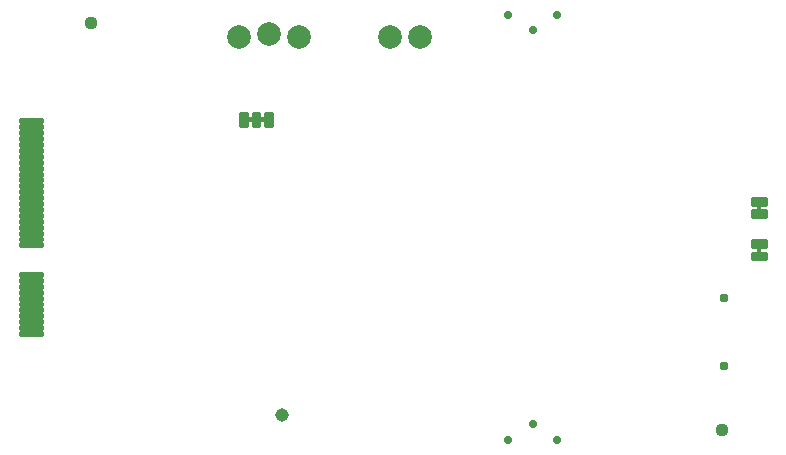
<source format=gbs>
G04 EAGLE Gerber RS-274X export*
G75*
%MOMM*%
%FSLAX34Y34*%
%LPD*%
%INSoldermask Bottom*%
%IPPOS*%
%AMOC8*
5,1,8,0,0,1.08239X$1,22.5*%
G01*
%ADD10C,0.228344*%
%ADD11C,0.777000*%
%ADD12C,1.143000*%
%ADD13C,1.127000*%
%ADD14C,0.228959*%
%ADD15C,0.736600*%
%ADD16C,2.006600*%

G36*
X632779Y204736D02*
X632779Y204736D01*
X632845Y204738D01*
X632888Y204756D01*
X632935Y204764D01*
X632992Y204798D01*
X633052Y204823D01*
X633087Y204854D01*
X633128Y204879D01*
X633170Y204930D01*
X633218Y204974D01*
X633240Y205016D01*
X633269Y205053D01*
X633290Y205115D01*
X633321Y205174D01*
X633329Y205228D01*
X633341Y205265D01*
X633340Y205305D01*
X633348Y205359D01*
X633348Y209169D01*
X633337Y209234D01*
X633335Y209300D01*
X633317Y209343D01*
X633309Y209390D01*
X633275Y209447D01*
X633250Y209507D01*
X633219Y209542D01*
X633194Y209583D01*
X633143Y209625D01*
X633099Y209673D01*
X633057Y209695D01*
X633020Y209724D01*
X632958Y209745D01*
X632899Y209776D01*
X632845Y209784D01*
X632808Y209796D01*
X632768Y209795D01*
X632714Y209803D01*
X630174Y209803D01*
X630109Y209792D01*
X630043Y209790D01*
X630000Y209772D01*
X629953Y209764D01*
X629896Y209730D01*
X629836Y209705D01*
X629801Y209674D01*
X629760Y209649D01*
X629719Y209598D01*
X629670Y209554D01*
X629648Y209512D01*
X629619Y209475D01*
X629598Y209413D01*
X629567Y209354D01*
X629559Y209300D01*
X629547Y209263D01*
X629547Y209259D01*
X629547Y209258D01*
X629548Y209223D01*
X629540Y209169D01*
X629540Y205359D01*
X629551Y205294D01*
X629553Y205228D01*
X629571Y205185D01*
X629579Y205138D01*
X629613Y205081D01*
X629638Y205021D01*
X629669Y204986D01*
X629694Y204945D01*
X629745Y204904D01*
X629789Y204855D01*
X629831Y204833D01*
X629868Y204804D01*
X629930Y204783D01*
X629989Y204752D01*
X630043Y204744D01*
X630080Y204732D01*
X630120Y204733D01*
X630174Y204725D01*
X632714Y204725D01*
X632779Y204736D01*
G37*
G36*
X632779Y168922D02*
X632779Y168922D01*
X632845Y168924D01*
X632888Y168942D01*
X632935Y168950D01*
X632992Y168984D01*
X633052Y169009D01*
X633087Y169040D01*
X633128Y169065D01*
X633170Y169116D01*
X633218Y169160D01*
X633240Y169202D01*
X633269Y169239D01*
X633290Y169301D01*
X633321Y169360D01*
X633329Y169414D01*
X633341Y169451D01*
X633340Y169491D01*
X633348Y169545D01*
X633348Y173355D01*
X633337Y173420D01*
X633335Y173486D01*
X633317Y173529D01*
X633309Y173576D01*
X633275Y173633D01*
X633250Y173693D01*
X633219Y173728D01*
X633194Y173769D01*
X633143Y173811D01*
X633099Y173859D01*
X633057Y173881D01*
X633020Y173910D01*
X632958Y173931D01*
X632899Y173962D01*
X632845Y173970D01*
X632808Y173982D01*
X632768Y173981D01*
X632714Y173989D01*
X630174Y173989D01*
X630109Y173978D01*
X630043Y173976D01*
X630000Y173958D01*
X629953Y173950D01*
X629896Y173916D01*
X629836Y173891D01*
X629801Y173860D01*
X629760Y173835D01*
X629719Y173784D01*
X629670Y173740D01*
X629648Y173698D01*
X629619Y173661D01*
X629598Y173599D01*
X629567Y173540D01*
X629559Y173486D01*
X629547Y173449D01*
X629547Y173445D01*
X629547Y173444D01*
X629548Y173409D01*
X629540Y173355D01*
X629540Y169545D01*
X629551Y169480D01*
X629553Y169414D01*
X629571Y169371D01*
X629579Y169324D01*
X629613Y169267D01*
X629638Y169207D01*
X629669Y169172D01*
X629694Y169131D01*
X629745Y169090D01*
X629789Y169041D01*
X629831Y169019D01*
X629868Y168990D01*
X629930Y168969D01*
X629989Y168938D01*
X630043Y168930D01*
X630080Y168918D01*
X630120Y168919D01*
X630174Y168911D01*
X632714Y168911D01*
X632779Y168922D01*
G37*
G36*
X212790Y279793D02*
X212790Y279793D01*
X212856Y279795D01*
X212899Y279813D01*
X212946Y279821D01*
X213003Y279855D01*
X213063Y279880D01*
X213098Y279911D01*
X213139Y279936D01*
X213181Y279987D01*
X213229Y280031D01*
X213251Y280073D01*
X213280Y280110D01*
X213301Y280172D01*
X213332Y280231D01*
X213340Y280285D01*
X213352Y280322D01*
X213351Y280362D01*
X213359Y280416D01*
X213359Y282956D01*
X213348Y283021D01*
X213346Y283087D01*
X213328Y283130D01*
X213320Y283177D01*
X213286Y283234D01*
X213261Y283294D01*
X213230Y283329D01*
X213205Y283370D01*
X213154Y283412D01*
X213110Y283460D01*
X213068Y283482D01*
X213031Y283511D01*
X212969Y283532D01*
X212910Y283563D01*
X212856Y283571D01*
X212819Y283583D01*
X212779Y283582D01*
X212725Y283590D01*
X208915Y283590D01*
X208850Y283579D01*
X208784Y283577D01*
X208741Y283559D01*
X208694Y283551D01*
X208637Y283517D01*
X208577Y283492D01*
X208542Y283461D01*
X208501Y283436D01*
X208460Y283385D01*
X208411Y283341D01*
X208389Y283299D01*
X208360Y283262D01*
X208339Y283200D01*
X208308Y283141D01*
X208300Y283087D01*
X208288Y283050D01*
X208288Y283047D01*
X208289Y283010D01*
X208281Y282956D01*
X208281Y280416D01*
X208292Y280351D01*
X208294Y280285D01*
X208312Y280242D01*
X208320Y280195D01*
X208354Y280138D01*
X208379Y280078D01*
X208410Y280043D01*
X208435Y280002D01*
X208486Y279961D01*
X208530Y279912D01*
X208572Y279890D01*
X208609Y279861D01*
X208671Y279840D01*
X208730Y279809D01*
X208784Y279801D01*
X208821Y279789D01*
X208861Y279790D01*
X208915Y279782D01*
X212725Y279782D01*
X212790Y279793D01*
G37*
G36*
X202630Y279793D02*
X202630Y279793D01*
X202696Y279795D01*
X202739Y279813D01*
X202786Y279821D01*
X202843Y279855D01*
X202903Y279880D01*
X202938Y279911D01*
X202979Y279936D01*
X203021Y279987D01*
X203069Y280031D01*
X203091Y280073D01*
X203120Y280110D01*
X203141Y280172D01*
X203172Y280231D01*
X203180Y280285D01*
X203192Y280322D01*
X203191Y280362D01*
X203199Y280416D01*
X203199Y282956D01*
X203188Y283021D01*
X203186Y283087D01*
X203168Y283130D01*
X203160Y283177D01*
X203126Y283234D01*
X203101Y283294D01*
X203070Y283329D01*
X203045Y283370D01*
X202994Y283412D01*
X202950Y283460D01*
X202908Y283482D01*
X202871Y283511D01*
X202809Y283532D01*
X202750Y283563D01*
X202696Y283571D01*
X202659Y283583D01*
X202619Y283582D01*
X202565Y283590D01*
X198755Y283590D01*
X198690Y283579D01*
X198624Y283577D01*
X198581Y283559D01*
X198534Y283551D01*
X198477Y283517D01*
X198417Y283492D01*
X198382Y283461D01*
X198341Y283436D01*
X198300Y283385D01*
X198251Y283341D01*
X198229Y283299D01*
X198200Y283262D01*
X198179Y283200D01*
X198148Y283141D01*
X198140Y283087D01*
X198128Y283050D01*
X198128Y283047D01*
X198129Y283010D01*
X198121Y282956D01*
X198121Y280416D01*
X198132Y280351D01*
X198134Y280285D01*
X198152Y280242D01*
X198160Y280195D01*
X198194Y280138D01*
X198219Y280078D01*
X198250Y280043D01*
X198275Y280002D01*
X198326Y279961D01*
X198370Y279912D01*
X198412Y279890D01*
X198449Y279861D01*
X198511Y279840D01*
X198570Y279809D01*
X198624Y279801D01*
X198661Y279789D01*
X198701Y279790D01*
X198755Y279782D01*
X202565Y279782D01*
X202630Y279793D01*
G37*
D10*
X213358Y287530D02*
X218950Y287530D01*
X218950Y275842D01*
X213358Y275842D01*
X213358Y287530D01*
X213358Y278011D02*
X218950Y278011D01*
X218950Y280180D02*
X213358Y280180D01*
X213358Y282349D02*
X218950Y282349D01*
X218950Y284518D02*
X213358Y284518D01*
X213358Y286687D02*
X218950Y286687D01*
X208536Y287530D02*
X202944Y287530D01*
X208536Y287530D02*
X208536Y275842D01*
X202944Y275842D01*
X202944Y287530D01*
X202944Y278011D02*
X208536Y278011D01*
X208536Y280180D02*
X202944Y280180D01*
X202944Y282349D02*
X208536Y282349D01*
X208536Y284518D02*
X202944Y284518D01*
X202944Y286687D02*
X208536Y286687D01*
X198122Y287530D02*
X192530Y287530D01*
X198122Y287530D02*
X198122Y275842D01*
X192530Y275842D01*
X192530Y287530D01*
X192530Y278011D02*
X198122Y278011D01*
X198122Y280180D02*
X192530Y280180D01*
X192530Y282349D02*
X198122Y282349D01*
X198122Y284518D02*
X192530Y284518D01*
X192530Y286687D02*
X198122Y286687D01*
X625600Y215267D02*
X625600Y209675D01*
X625600Y215267D02*
X637288Y215267D01*
X637288Y209675D01*
X625600Y209675D01*
X625600Y211844D02*
X637288Y211844D01*
X637288Y214013D02*
X625600Y214013D01*
X625600Y204853D02*
X625600Y199261D01*
X625600Y204853D02*
X637288Y204853D01*
X637288Y199261D01*
X625600Y199261D01*
X625600Y201430D02*
X637288Y201430D01*
X637288Y203599D02*
X625600Y203599D01*
X625600Y179453D02*
X625600Y173861D01*
X625600Y179453D02*
X637288Y179453D01*
X637288Y173861D01*
X625600Y173861D01*
X625600Y176030D02*
X637288Y176030D01*
X637288Y178199D02*
X625600Y178199D01*
X625600Y169039D02*
X625600Y163447D01*
X625600Y169039D02*
X637288Y169039D01*
X637288Y163447D01*
X625600Y163447D01*
X625600Y165616D02*
X637288Y165616D01*
X637288Y167785D02*
X625600Y167785D01*
D11*
X601698Y72700D03*
X601698Y130500D03*
D12*
X228092Y31496D03*
D13*
X66040Y362980D03*
X600680Y19040D03*
D14*
X6010Y99260D02*
X6010Y101740D01*
X24490Y101740D01*
X24490Y99260D01*
X6010Y99260D01*
X6010Y101435D02*
X24490Y101435D01*
X6010Y104260D02*
X6010Y106740D01*
X24490Y106740D01*
X24490Y104260D01*
X6010Y104260D01*
X6010Y106435D02*
X24490Y106435D01*
X6010Y109260D02*
X6010Y111740D01*
X24490Y111740D01*
X24490Y109260D01*
X6010Y109260D01*
X6010Y111435D02*
X24490Y111435D01*
X6010Y114260D02*
X6010Y116740D01*
X24490Y116740D01*
X24490Y114260D01*
X6010Y114260D01*
X6010Y116435D02*
X24490Y116435D01*
X6010Y119260D02*
X6010Y121740D01*
X24490Y121740D01*
X24490Y119260D01*
X6010Y119260D01*
X6010Y121435D02*
X24490Y121435D01*
X6010Y124260D02*
X6010Y126740D01*
X24490Y126740D01*
X24490Y124260D01*
X6010Y124260D01*
X6010Y126435D02*
X24490Y126435D01*
X6010Y129260D02*
X6010Y131740D01*
X24490Y131740D01*
X24490Y129260D01*
X6010Y129260D01*
X6010Y131435D02*
X24490Y131435D01*
X6010Y134260D02*
X6010Y136740D01*
X24490Y136740D01*
X24490Y134260D01*
X6010Y134260D01*
X6010Y136435D02*
X24490Y136435D01*
X6010Y139260D02*
X6010Y141740D01*
X24490Y141740D01*
X24490Y139260D01*
X6010Y139260D01*
X6010Y141435D02*
X24490Y141435D01*
X6010Y144260D02*
X6010Y146740D01*
X24490Y146740D01*
X24490Y144260D01*
X6010Y144260D01*
X6010Y146435D02*
X24490Y146435D01*
X6010Y149260D02*
X6010Y151740D01*
X24490Y151740D01*
X24490Y149260D01*
X6010Y149260D01*
X6010Y151435D02*
X24490Y151435D01*
X6010Y174260D02*
X6010Y176740D01*
X24490Y176740D01*
X24490Y174260D01*
X6010Y174260D01*
X6010Y176435D02*
X24490Y176435D01*
X6010Y179260D02*
X6010Y181740D01*
X24490Y181740D01*
X24490Y179260D01*
X6010Y179260D01*
X6010Y181435D02*
X24490Y181435D01*
X6010Y184260D02*
X6010Y186740D01*
X24490Y186740D01*
X24490Y184260D01*
X6010Y184260D01*
X6010Y186435D02*
X24490Y186435D01*
X6010Y189260D02*
X6010Y191740D01*
X24490Y191740D01*
X24490Y189260D01*
X6010Y189260D01*
X6010Y191435D02*
X24490Y191435D01*
X6010Y194260D02*
X6010Y196740D01*
X24490Y196740D01*
X24490Y194260D01*
X6010Y194260D01*
X6010Y196435D02*
X24490Y196435D01*
X6010Y199260D02*
X6010Y201740D01*
X24490Y201740D01*
X24490Y199260D01*
X6010Y199260D01*
X6010Y201435D02*
X24490Y201435D01*
X6010Y204260D02*
X6010Y206740D01*
X24490Y206740D01*
X24490Y204260D01*
X6010Y204260D01*
X6010Y206435D02*
X24490Y206435D01*
X6010Y209260D02*
X6010Y211740D01*
X24490Y211740D01*
X24490Y209260D01*
X6010Y209260D01*
X6010Y211435D02*
X24490Y211435D01*
X6010Y214260D02*
X6010Y216740D01*
X24490Y216740D01*
X24490Y214260D01*
X6010Y214260D01*
X6010Y216435D02*
X24490Y216435D01*
X6010Y219260D02*
X6010Y221740D01*
X24490Y221740D01*
X24490Y219260D01*
X6010Y219260D01*
X6010Y221435D02*
X24490Y221435D01*
X6010Y224260D02*
X6010Y226740D01*
X24490Y226740D01*
X24490Y224260D01*
X6010Y224260D01*
X6010Y226435D02*
X24490Y226435D01*
X6010Y229260D02*
X6010Y231740D01*
X24490Y231740D01*
X24490Y229260D01*
X6010Y229260D01*
X6010Y231435D02*
X24490Y231435D01*
X6010Y234260D02*
X6010Y236740D01*
X24490Y236740D01*
X24490Y234260D01*
X6010Y234260D01*
X6010Y236435D02*
X24490Y236435D01*
X6010Y239260D02*
X6010Y241740D01*
X24490Y241740D01*
X24490Y239260D01*
X6010Y239260D01*
X6010Y241435D02*
X24490Y241435D01*
X6010Y244260D02*
X6010Y246740D01*
X24490Y246740D01*
X24490Y244260D01*
X6010Y244260D01*
X6010Y246435D02*
X24490Y246435D01*
X6010Y249260D02*
X6010Y251740D01*
X24490Y251740D01*
X24490Y249260D01*
X6010Y249260D01*
X6010Y251435D02*
X24490Y251435D01*
X6010Y254260D02*
X6010Y256740D01*
X24490Y256740D01*
X24490Y254260D01*
X6010Y254260D01*
X6010Y256435D02*
X24490Y256435D01*
X6010Y259260D02*
X6010Y261740D01*
X24490Y261740D01*
X24490Y259260D01*
X6010Y259260D01*
X6010Y261435D02*
X24490Y261435D01*
X6010Y264260D02*
X6010Y266740D01*
X24490Y266740D01*
X24490Y264260D01*
X6010Y264260D01*
X6010Y266435D02*
X24490Y266435D01*
X6010Y269260D02*
X6010Y271740D01*
X24490Y271740D01*
X24490Y269260D01*
X6010Y269260D01*
X6010Y271435D02*
X24490Y271435D01*
X6010Y274260D02*
X6010Y276740D01*
X24490Y276740D01*
X24490Y274260D01*
X6010Y274260D01*
X6010Y276435D02*
X24490Y276435D01*
X6010Y279260D02*
X6010Y281740D01*
X24490Y281740D01*
X24490Y279260D01*
X6010Y279260D01*
X6010Y281435D02*
X24490Y281435D01*
D15*
X461000Y10500D03*
X419000Y10500D03*
X440000Y23500D03*
X419000Y370500D03*
X461000Y370500D03*
X440000Y357500D03*
D16*
X344570Y351870D03*
X319170Y351870D03*
X242570Y351790D03*
X217170Y354330D03*
X191770Y351790D03*
M02*

</source>
